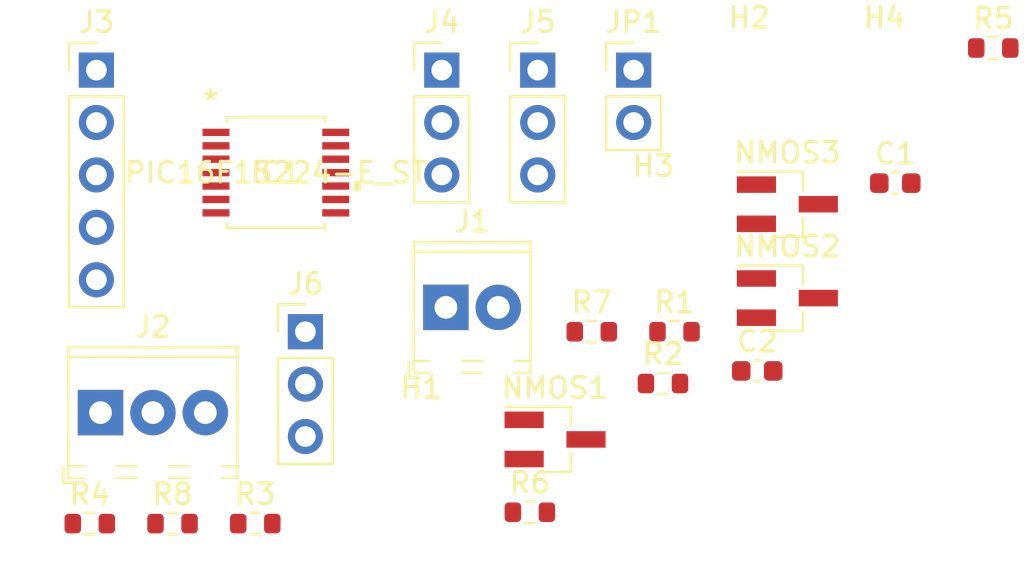
<source format=kicad_pcb>
(kicad_pcb (version 20211014) (generator pcbnew)
  (layers (0 "F.Cu" signal) (31 "B.Cu" signal) (34 "B.Paste" user) (35 "F.Paste" user) (36 "B.SilkS" user "B.Silkscreen") (37 "F.SilkS" user "F.Silkscreen") (38 "B.Mask" user) (39 "F.Mask" user) (44 "Edge.Cuts" user))
  (net 0 "")
  (net 1 "+3.3V")
  (net 2 "GND")
  (net 3 "Net-(C2-Pad1)")
  (net 4 "RA5")
  (net 5 "RA4")
  (net 6 "MCLR")
  (net 10 "RC2")
  (net 11 "RC1")
  (net 12 "RC0")
  (net 14 "CLK")
  (net 15 "DATA")
  (net 16 "+5V")
  (net 17 "S1")
  (net 18 "S2")
  (net 19 "S3")
  (net 20 "Net-(JP1-Pad2)")
  (footprint "footprints:PIC16F15224-Eslash-ST" (layer "F.Cu") (at 136.22795 97.9887)
    (fp_text reference "IC1" (at 0 0) (layer "F.SilkS"))
    (fp_text value "PIC16F15224-E_ST" (at 0 0) (layer "F.SilkS"))
    (fp_text user "*" (at -3.15595 -3.4486) (layer "F.SilkS"))
    (fp_text user "*" (at -3.15595 -3.4486) (layer "F.SilkS"))
    (fp_line (start 2.3749 2.6797) (end 2.3749 2.460541) (layer "F.SilkS") (width 0.12))
    (fp_line (start 2.3749 -2.460539) (end 2.3749 -2.6797) (layer "F.SilkS") (width 0.12))
    (fp_line (start 2.3749 -2.6797) (end -2.3749 -2.6797) (layer "F.SilkS") (width 0.12))
    (fp_line (start -2.3749 2.460539) (end -2.3749 2.6797) (layer "F.SilkS") (width 0.12))
    (fp_line (start -2.3749 2.6797) (end 2.3749 2.6797) (layer "F.SilkS") (width 0.12))
    (fp_line (start -2.3749 -2.6797) (end -2.3749 -2.460541) (layer "F.SilkS") (width 0.12))
    (fp_poly (pts (xy 4.064 0.459499) (xy 4.064 0.840499) (xy 3.81 0.840499) (xy 3.81 0.459499)) (layer "F.SilkS") (width 0.1) (fill solid))
    (pad "1" smd rect locked (at -2.90195 -1.950001) (size 1.3081 0.3556) (layers "F.Cu" "F.Paste" "F.Mask") (net 1 "+3.3V"))
    (pad "2" smd rect locked (at -2.90195 -1.3) (size 1.3081 0.3556) (layers "F.Cu" "F.Paste" "F.Mask") (net 4 "RA5"))
    (pad "3" smd rect locked (at -2.90195 -0.649999) (size 1.3081 0.3556) (layers "F.Cu" "F.Paste" "F.Mask") (net 5 "RA4"))
    (pad "4" smd rect locked (at -2.90195 0) (size 1.3081 0.3556) (layers "F.Cu" "F.Paste" "F.Mask") (net 6 "MCLR"))
    (pad "5" smd rect locked (at -2.90195 0.649999) (size 1.3081 0.3556) (layers "F.Cu" "F.Paste" "F.Mask"))
    (pad "6" smd rect locked (at -2.90195 1.3) (size 1.3081 0.3556) (layers "F.Cu" "F.Paste" "F.Mask"))
    (pad "7" smd rect locked (at -2.90195 1.949999) (size 1.3081 0.3556) (layers "F.Cu" "F.Paste" "F.Mask"))
    (pad "8" smd rect locked (at 2.90195 1.950001) (size 1.3081 0.3556) (layers "F.Cu" "F.Paste" "F.Mask") (net 10 "RC2"))
    (pad "9" smd rect locked (at 2.90195 1.3) (size 1.3081 0.3556) (layers "F.Cu" "F.Paste" "F.Mask") (net 11 "RC1"))
    (pad "10" smd rect locked (at 2.90195 0.650001) (size 1.3081 0.3556) (layers "F.Cu" "F.Paste" "F.Mask") (net 12 "RC0"))
    (pad "11" smd rect locked (at 2.90195 0) (size 1.3081 0.3556) (layers "F.Cu" "F.Paste" "F.Mask"))
    (pad "12" smd rect locked (at 2.90195 -0.649999) (size 1.3081 0.3556) (layers "F.Cu" "F.Paste" "F.Mask") (net 14 "CLK"))
    (pad "13" smd rect locked (at 2.90195 -1.3) (size 1.3081 0.3556) (layers "F.Cu" "F.Paste" "F.Mask") (net 15 "DATA"))
    (pad "14" smd rect locked (at 2.90195 -1.949999) (size 1.3081 0.3556) (layers "F.Cu" "F.Paste" "F.Mask") (net 2 "GND"))
  )
  (footprint "Resistor_SMD:R_0603_1608Metric" (layer "F.Cu") (at 135.23 115)
    (fp_text reference "R3" (at 0 -1.43) (layer "F.SilkS"))
    (fp_text value "10k")
    (fp_line (start -0.237258 -0.5225) (end 0.237258 -0.5225) (layer "F.SilkS") (width 0.12))
    (fp_line (start -0.237258 0.5225) (end 0.237258 0.5225) (layer "F.SilkS") (width 0.12))
    (pad "1" smd roundrect (at -0.825 0) (size 0.8 0.95) (layers "F.Cu" "F.Paste" "F.Mask") (net 1 "+3.3V"))
    (pad "2" smd roundrect (at 0.825 0) (size 0.8 0.95) (layers "F.Cu" "F.Paste" "F.Mask") (net 12 "RC0"))
  )
  (footprint "Package_TO_SOT_SMD:SOT-23_Handsoldering" (layer "F.Cu") (at 149.76 110.92)
    (fp_text reference "NMOS1" (at 0 -2.5) (layer "F.SilkS"))
    (fp_text value "BSS138")
    (fp_line (start 0.76 -1.58) (end -2.4 -1.58) (layer "F.SilkS") (width 0.12))
    (fp_line (start 0.76 -1.58) (end 0.76 -0.65) (layer "F.SilkS") (width 0.12))
    (fp_line (start 0.76 1.58) (end 0.76 0.65) (layer "F.SilkS") (width 0.12))
    (fp_line (start 0.76 1.58) (end -0.7 1.58) (layer "F.SilkS") (width 0.12))
    (pad "1" smd rect (at -1.5 -0.95) (size 1.9 0.8) (layers "F.Cu" "F.Paste" "F.Mask") (net 17 "S1"))
    (pad "2" smd rect (at -1.5 0.95) (size 1.9 0.8) (layers "F.Cu" "F.Paste" "F.Mask") (net 1 "+3.3V"))
    (pad "3" smd rect (at 1.5 0) (size 1.9 0.8) (layers "F.Cu" "F.Paste" "F.Mask") (net 12 "RC0"))
  )
  (footprint "MountingHole:MountingHole_2.5mm" (layer "F.Cu") (at 159.17 93.97)
    (fp_text reference "H2" (at 0 -3.5) (layer "F.SilkS"))
    (fp_text value "MountingHole")
    (pad "" np_thru_hole circle (at 0 0) (size 2.5 2.5) (drill 2.5) (layers *.Cu *.Mask))
  )
  (footprint "Connector_PinHeader_2.54mm:PinHeader_1x03_P2.54mm_Vertical" (layer "F.Cu") (at 144.27 93.02)
    (fp_text reference "J4" (at 0 -2.33) (layer "F.SilkS"))
    (fp_text value "Servo1")
    (fp_line (start -1.33 0) (end -1.33 -1.33) (layer "F.SilkS") (width 0.12))
    (fp_line (start -1.33 6.41) (end 1.33 6.41) (layer "F.SilkS") (width 0.12))
    (fp_line (start 1.33 1.27) (end 1.33 6.41) (layer "F.SilkS") (width 0.12))
    (fp_line (start -1.33 -1.33) (end 0 -1.33) (layer "F.SilkS") (width 0.12))
    (fp_line (start -1.33 1.27) (end -1.33 6.41) (layer "F.SilkS") (width 0.12))
    (fp_line (start -1.33 1.27) (end 1.33 1.27) (layer "F.SilkS") (width 0.12))
    (pad "1" thru_hole rect (at 0 0) (size 1.7 1.7) (drill 1) (layers *.Cu *.Mask) (net 17 "S1"))
    (pad "2" thru_hole oval (at 0 2.54) (size 1.7 1.7) (drill 1) (layers *.Cu *.Mask) (net 16 "+5V"))
    (pad "3" thru_hole oval (at 0 5.08) (size 1.7 1.7) (drill 1) (layers *.Cu *.Mask) (net 2 "GND"))
  )
  (footprint "Resistor_SMD:R_0603_1608Metric" (layer "F.Cu") (at 154.99 108.21)
    (fp_text reference "R2" (at 0 -1.43) (layer "F.SilkS"))
    (fp_text value "220")
    (fp_line (start -0.237258 -0.5225) (end 0.237258 -0.5225) (layer "F.SilkS") (width 0.12))
    (fp_line (start -0.237258 0.5225) (end 0.237258 0.5225) (layer "F.SilkS") (width 0.12))
    (pad "1" smd roundrect (at -0.825 0) (size 0.8 0.95) (layers "F.Cu" "F.Paste" "F.Mask") (net 6 "MCLR"))
    (pad "2" smd roundrect (at 0.825 0) (size 0.8 0.95) (layers "F.Cu" "F.Paste" "F.Mask") (net 20 "Net-(JP1-Pad2)"))
  )
  (footprint "TerminalBlock_Phoenix:TerminalBlock_Phoenix_MPT-0,5-3-2.54_1x03_P2.54mm_Horizontal" (layer "F.Cu") (at 127.73 109.62)
    (fp_text reference "J2" (at 2.54 -4.16) (layer "F.SilkS"))
    (fp_text value "Conn_01x03")
    (fp_line (start -1.56 2.6) (end -0.79 2.6) (layer "F.SilkS") (width 0.12))
    (fp_line (start 5.87 2.6) (end 6.64 2.6) (layer "F.SilkS") (width 0.12))
    (fp_line (start -1.56 -3.16) (end 6.64 -3.16) (layer "F.SilkS") (width 0.12))
    (fp_line (start 0.79 2.6) (end 1.75 2.6) (layer "F.SilkS") (width 0.12))
    (fp_line (start 5.87 3.16) (end 6.64 3.16) (layer "F.SilkS") (width 0.12))
    (fp_line (start 3.33 2.6) (end 4.29 2.6) (layer "F.SilkS") (width 0.12))
    (fp_line (start 6.64 -3.16) (end 6.64 3.16) (layer "F.SilkS") (width 0.12))
    (fp_line (start -1.56 -3.16) (end -1.56 3.16) (layer "F.SilkS") (width 0.12))
    (fp_line (start -1.8 3.4) (end -1.3 3.4) (layer "F.SilkS") (width 0.12))
    (fp_line (start 3.33 3.16) (end 4.29 3.16) (layer "F.SilkS") (width 0.12))
    (fp_line (start -1.8 2.66) (end -1.8 3.4) (layer "F.SilkS") (width 0.12))
    (fp_line (start -1.56 3.16) (end -0.79 3.16) (layer "F.SilkS") (width 0.12))
    (fp_line (start -1.56 -2.7) (end 6.64 -2.7) (layer "F.SilkS") (width 0.12))
    (fp_line (start 0.79 3.16) (end 1.75 3.16) (layer "F.SilkS") (width 0.12))
    (pad "" np_thru_hole circle (at 2.54 2.54) (size 1.1 1.1) (drill 1.1) (layers *.Cu *.Mask))
    (pad "" np_thru_hole circle (at 0 2.54) (size 1.1 1.1) (drill 1.1) (layers *.Cu *.Mask))
    (pad "" np_thru_hole circle (at 5.08 2.54) (size 1.1 1.1) (drill 1.1) (layers *.Cu *.Mask))
    (pad "1" thru_hole rect (at 0 0) (size 2.2 2.2) (drill 1.1) (layers *.Cu *.Mask) (net 5 "RA4"))
    (pad "2" thru_hole circle (at 2.54 0) (size 2.2 2.2) (drill 1.1) (layers *.Cu *.Mask) (net 4 "RA5"))
    (pad "3" thru_hole circle (at 5.08 0) (size 2.2 2.2) (drill 1.1) (layers *.Cu *.Mask) (net 1 "+3.3V"))
  )
  (footprint "Resistor_SMD:R_0603_1608Metric" (layer "F.Cu") (at 131.22 115)
    (fp_text reference "R8" (at 0 -1.43) (layer "F.SilkS"))
    (fp_text value "10k")
    (fp_line (start -0.237258 0.5225) (end 0.237258 0.5225) (layer "F.SilkS") (width 0.12))
    (fp_line (start -0.237258 -0.5225) (end 0.237258 -0.5225) (layer "F.SilkS") (width 0.12))
    (pad "1" smd roundrect (at -0.825 0) (size 0.8 0.95) (layers "F.Cu" "F.Paste" "F.Mask") (net 16 "+5V"))
    (pad "2" smd roundrect (at 0.825 0) (size 0.8 0.95) (layers "F.Cu" "F.Paste" "F.Mask") (net 19 "S3"))
  )
  (footprint "Connector_PinHeader_2.54mm:PinHeader_1x03_P2.54mm_Vertical" (layer "F.Cu") (at 137.66 105.7)
    (fp_text reference "J6" (at 0 -2.33) (layer "F.SilkS"))
    (fp_text value "Servo3")
    (fp_line (start -1.33 0) (end -1.33 -1.33) (layer "F.SilkS") (width 0.12))
    (fp_line (start -1.33 1.27) (end -1.33 6.41) (layer "F.SilkS") (width 0.12))
    (fp_line (start 1.33 1.27) (end 1.33 6.41) (layer "F.SilkS") (width 0.12))
    (fp_line (start -1.33 -1.33) (end 0 -1.33) (layer "F.SilkS") (width 0.12))
    (fp_line (start -1.33 6.41) (end 1.33 6.41) (layer "F.SilkS") (width 0.12))
    (fp_line (start -1.33 1.27) (end 1.33 1.27) (layer "F.SilkS") (width 0.12))
    (pad "1" thru_hole rect (at 0 0) (size 1.7 1.7) (drill 1) (layers *.Cu *.Mask) (net 19 "S3"))
    (pad "2" thru_hole oval (at 0 2.54) (size 1.7 1.7) (drill 1) (layers *.Cu *.Mask) (net 16 "+5V"))
    (pad "3" thru_hole oval (at 0 5.08) (size 1.7 1.7) (drill 1) (layers *.Cu *.Mask) (net 2 "GND"))
  )
  (footprint "Package_TO_SOT_SMD:SOT-23_Handsoldering" (layer "F.Cu") (at 161.02 104.07)
    (fp_text reference "NMOS2" (at 0 -2.5) (layer "F.SilkS"))
    (fp_text value "BSS138")
    (fp_line (start 0.76 -1.58) (end 0.76 -0.65) (layer "F.SilkS") (width 0.12))
    (fp_line (start 0.76 -1.58) (end -2.4 -1.58) (layer "F.SilkS") (width 0.12))
    (fp_line (start 0.76 1.58) (end 0.76 0.65) (layer "F.SilkS") (width 0.12))
    (fp_line (start 0.76 1.58) (end -0.7 1.58) (layer "F.SilkS") (width 0.12))
    (pad "1" smd rect (at -1.5 -0.95) (size 1.9 0.8) (layers "F.Cu" "F.Paste" "F.Mask") (net 18 "S2"))
    (pad "2" smd rect (at -1.5 0.95) (size 1.9 0.8) (layers "F.Cu" "F.Paste" "F.Mask") (net 1 "+3.3V"))
    (pad "3" smd rect (at 1.5 0) (size 1.9 0.8) (layers "F.Cu" "F.Paste" "F.Mask") (net 11 "RC1"))
  )
  (footprint "MountingHole:MountingHole_2.5mm" (layer "F.Cu") (at 165.72 93.97)
    (fp_text reference "H4" (at 0 -3.5) (layer "F.SilkS"))
    (fp_text value "MountingHole")
    (pad "" np_thru_hole circle (at 0 0) (size 2.5 2.5) (drill 2.5) (layers *.Cu *.Mask))
  )
  (footprint "Package_TO_SOT_SMD:SOT-23_Handsoldering" (layer "F.Cu") (at 161.02 99.52)
    (fp_text reference "NMOS3" (at 0 -2.5) (layer "F.SilkS"))
    (fp_text value "BSS138")
    (fp_line (start 0.76 -1.58) (end -2.4 -1.58) (layer "F.SilkS") (width 0.12))
    (fp_line (start 0.76 -1.58) (end 0.76 -0.65) (layer "F.SilkS") (width 0.12))
    (fp_line (start 0.76 1.58) (end 0.76 0.65) (layer "F.SilkS") (width 0.12))
    (fp_line (start 0.76 1.58) (end -0.7 1.58) (layer "F.SilkS") (width 0.12))
    (pad "1" smd rect (at -1.5 -0.95) (size 1.9 0.8) (layers "F.Cu" "F.Paste" "F.Mask") (net 19 "S3"))
    (pad "2" smd rect (at -1.5 0.95) (size 1.9 0.8) (layers "F.Cu" "F.Paste" "F.Mask") (net 1 "+3.3V"))
    (pad "3" smd rect (at 1.5 0) (size 1.9 0.8) (layers "F.Cu" "F.Paste" "F.Mask") (net 10 "RC2"))
  )
  (footprint "TerminalBlock_Phoenix:TerminalBlock_Phoenix_MPT-0,5-2-2.54_1x02_P2.54mm_Horizontal" (layer "F.Cu") (at 144.47 104.52)
    (fp_text reference "J1" (at 1.27 -4.16) (layer "F.SilkS"))
    (fp_text value "Conn_01x02")
    (fp_line (start 0.79 3.16) (end 1.75 3.16) (layer "F.SilkS") (width 0.12))
    (fp_line (start -1.56 -3.16) (end -1.56 3.16) (layer "F.SilkS") (width 0.12))
    (fp_line (start -1.56 -3.16) (end 4.1 -3.16) (layer "F.SilkS") (width 0.12))
    (fp_line (start 0.79 2.6) (end 1.75 2.6) (layer "F.SilkS") (width 0.12))
    (fp_line (start 4.1 -3.16) (end 4.1 3.16) (layer "F.SilkS") (width 0.12))
    (fp_line (start -1.8 2.66) (end -1.8 3.4) (layer "F.SilkS") (width 0.12))
    (fp_line (start -1.8 3.4) (end -1.3 3.4) (layer "F.SilkS") (width 0.12))
    (fp_line (start -1.56 2.6) (end -0.79 2.6) (layer "F.SilkS") (width 0.12))
    (fp_line (start -1.56 -2.7) (end 4.1 -2.7) (layer "F.SilkS") (width 0.12))
    (fp_line (start 3.33 2.6) (end 4.1 2.6) (layer "F.SilkS") (width 0.12))
    (fp_line (start 3.33 3.16) (end 4.1 3.16) (layer "F.SilkS") (width 0.12))
    (fp_line (start -1.56 3.16) (end -0.79 3.16) (layer "F.SilkS") (width 0.12))
    (pad "" np_thru_hole circle (at 0 2.54) (size 1.1 1.1) (drill 1.1) (layers *.Cu *.Mask))
    (pad "" np_thru_hole circle (at 2.54 2.54) (size 1.1 1.1) (drill 1.1) (layers *.Cu *.Mask))
    (pad "1" thru_hole rect (at 0 0) (size 2.2 2.2) (drill 1.1) (layers *.Cu *.Mask) (net 2 "GND"))
    (pad "2" thru_hole circle (at 2.54 0) (size 2.2 2.2) (drill 1.1) (layers *.Cu *.Mask) (net 16 "+5V"))
  )
  (footprint "Resistor_SMD:R_0603_1608Metric" (layer "F.Cu") (at 127.21 115)
    (fp_text reference "R4" (at 0 -1.43) (layer "F.SilkS"))
    (fp_text value "10k")
    (fp_line (start -0.237258 -0.5225) (end 0.237258 -0.5225) (layer "F.SilkS") (width 0.12))
    (fp_line (start -0.237258 0.5225) (end 0.237258 0.5225) (layer "F.SilkS") (width 0.12))
    (pad "1" smd roundrect (at -0.825 0) (size 0.8 0.95) (layers "F.Cu" "F.Paste" "F.Mask") (net 16 "+5V"))
    (pad "2" smd roundrect (at 0.825 0) (size 0.8 0.95) (layers "F.Cu" "F.Paste" "F.Mask") (net 17 "S1"))
  )
  (footprint "MountingHole:MountingHole_2.5mm" (layer "F.Cu") (at 143.26 111.92)
    (fp_text reference "H1" (at 0 -3.5) (layer "F.SilkS"))
    (fp_text value "MountingHole")
    (pad "" np_thru_hole circle (at 0 0) (size 2.5 2.5) (drill 2.5) (layers *.Cu *.Mask))
  )
  (footprint "MountingHole:MountingHole_2.5mm" (layer "F.Cu") (at 154.52 101.17)
    (fp_text reference "H3" (at 0 -3.5) (layer "F.SilkS"))
    (fp_text value "MountingHole")
    (pad "" np_thru_hole circle (at 0 0) (size 2.5 2.5) (drill 2.5) (layers *.Cu *.Mask))
  )
  (footprint "Resistor_SMD:R_0603_1608Metric" (layer "F.Cu") (at 155.55 105.7)
    (fp_text reference "R1" (at 0 -1.43) (layer "F.SilkS"))
    (fp_text value "10k")
    (fp_line (start -0.237258 0.5225) (end 0.237258 0.5225) (layer "F.SilkS") (width 0.12))
    (fp_line (start -0.237258 -0.5225) (end 0.237258 -0.5225) (layer "F.SilkS") (width 0.12))
    (pad "1" smd roundrect (at -0.825 0) (size 0.8 0.95) (layers "F.Cu" "F.Paste" "F.Mask") (net 20 "Net-(JP1-Pad2)"))
    (pad "2" smd roundrect (at 0.825 0) (size 0.8 0.95) (layers "F.Cu" "F.Paste" "F.Mask") (net 1 "+3.3V"))
  )
  (footprint "Connector_PinHeader_2.54mm:PinHeader_1x03_P2.54mm_Vertical" (layer "F.Cu") (at 148.92 93.02)
    (fp_text reference "J5" (at 0 -2.33) (layer "F.SilkS"))
    (fp_text value "Servo2")
    (fp_line (start -1.33 1.27) (end -1.33 6.41) (layer "F.SilkS") (width 0.12))
    (fp_line (start -1.33 0) (end -1.33 -1.33) (layer "F.SilkS") (width 0.12))
    (fp_line (start -1.33 6.41) (end 1.33 6.41) (layer "F.SilkS") (width 0.12))
    (fp_line (start 1.33 1.27) (end 1.33 6.41) (layer "F.SilkS") (width 0.12))
    (fp_line (start -1.33 -1.33) (end 0 -1.33) (layer "F.SilkS") (width 0.12))
    (fp_line (start -1.33 1.27) (end 1.33 1.27) (layer "F.SilkS") (width 0.12))
    (pad "1" thru_hole rect (at 0 0) (size 1.7 1.7) (drill 1) (layers *.Cu *.Mask) (net 18 "S2"))
    (pad "2" thru_hole oval (at 0 2.54) (size 1.7 1.7) (drill 1) (layers *.Cu *.Mask) (net 16 "+5V"))
    (pad "3" thru_hole oval (at 0 5.08) (size 1.7 1.7) (drill 1) (layers *.Cu *.Mask) (net 2 "GND"))
  )
  (footprint "Connector_PinHeader_2.54mm:PinHeader_1x02_P2.54mm_Vertical" (layer "F.Cu") (at 153.57 93.02)
    (fp_text reference "JP1" (at 0 -2.33) (layer "F.SilkS"))
    (fp_text value "Jumper_2_Bridged")
    (fp_line (start -1.33 0) (end -1.33 -1.33) (layer "F.SilkS") (width 0.12))
    (fp_line (start -1.33 3.87) (end 1.33 3.87) (layer "F.SilkS") (width 0.12))
    (fp_line (start -1.33 -1.33) (end 0 -1.33) (layer "F.SilkS") (width 0.12))
    (fp_line (start 1.33 1.27) (end 1.33 3.87) (layer "F.SilkS") (width 0.12))
    (fp_line (start -1.33 1.27) (end 1.33 1.27) (layer "F.SilkS") (width 0.12))
    (fp_line (start -1.33 1.27) (end -1.33 3.87) (layer "F.SilkS") (width 0.12))
    (pad "1" thru_hole rect (at 0 0) (size 1.7 1.7) (drill 1) (layers *.Cu *.Mask) (net 3 "Net-(C2-Pad1)"))
    (pad "2" thru_hole oval (at 0 2.54) (size 1.7 1.7) (drill 1) (layers *.Cu *.Mask) (net 20 "Net-(JP1-Pad2)"))
  )
  (footprint "Capacitor_SMD:C_0603_1608Metric" (layer "F.Cu") (at 159.56 107.6)
    (fp_text reference "C2" (at 0 -1.43) (layer "F.SilkS"))
    (fp_text value "10n")
    (fp_line (start -0.14058 0.51) (end 0.14058 0.51) (layer "F.SilkS") (width 0.12))
    (fp_line (start -0.14058 -0.51) (end 0.14058 -0.51) (layer "F.SilkS") (width 0.12))
    (pad "1" smd roundrect (at -0.775 0) (size 0.9 0.95) (layers "F.Cu" "F.Paste" "F.Mask") (net 3 "Net-(C2-Pad1)"))
    (pad "2" smd roundrect (at 0.775 0) (size 0.9 0.95) (layers "F.Cu" "F.Paste" "F.Mask") (net 2 "GND"))
  )
  (footprint "Resistor_SMD:R_0603_1608Metric" (layer "F.Cu") (at 171 91.95)
    (fp_text reference "R5" (at 0 -1.43) (layer "F.SilkS"))
    (fp_text value "10k")
    (fp_line (start -0.237258 -0.5225) (end 0.237258 -0.5225) (layer "F.SilkS") (width 0.12))
    (fp_line (start -0.237258 0.5225) (end 0.237258 0.5225) (layer "F.SilkS") (width 0.12))
    (pad "1" smd roundrect (at -0.825 0) (size 0.8 0.95) (layers "F.Cu" "F.Paste" "F.Mask") (net 1 "+3.3V"))
    (pad "2" smd roundrect (at 0.825 0) (size 0.8 0.95) (layers "F.Cu" "F.Paste" "F.Mask") (net 11 "RC1"))
  )
  (footprint "Connector_PinHeader_2.54mm:PinHeader_1x05_P2.54mm_Vertical" (layer "F.Cu") (at 127.53 93.02)
    (fp_text reference "J3" (at 0 -2.33) (layer "F.SilkS"))
    (fp_text value "Conn_01x05")
    (fp_line (start -1.33 11.49) (end 1.33 11.49) (layer "F.SilkS") (width 0.12))
    (fp_line (start -1.33 0) (end -1.33 -1.33) (layer "F.SilkS") (width 0.12))
    (fp_line (start -1.33 1.27) (end 1.33 1.27) (layer "F.SilkS") (width 0.12))
    (fp_line (start -1.33 1.27) (end -1.33 11.49) (layer "F.SilkS") (width 0.12))
    (fp_line (start 1.33 1.27) (end 1.33 11.49) (layer "F.SilkS") (width 0.12))
    (fp_line (start -1.33 -1.33) (end 0 -1.33) (layer "F.SilkS") (width 0.12))
    (pad "1" thru_hole rect (at 0 0) (size 1.7 1.7) (drill 1) (layers *.Cu *.Mask) (net 6 "MCLR"))
    (pad "2" thru_hole oval (at 0 2.54) (size 1.7 1.7) (drill 1) (layers *.Cu *.Mask) (net 1 "+3.3V"))
    (pad "3" thru_hole oval (at 0 5.08) (size 1.7 1.7) (drill 1) (layers *.Cu *.Mask) (net 2 "GND"))
    (pad "4" thru_hole oval (at 0 7.62) (size 1.7 1.7) (drill 1) (layers *.Cu *.Mask) (net 15 "DATA"))
    (pad "5" thru_hole oval (at 0 10.16) (size 1.7 1.7) (drill 1) (layers *.Cu *.Mask) (net 14 "CLK"))
  )
  (footprint "Capacitor_SMD:C_0603_1608Metric" (layer "F.Cu") (at 166.25 98.5)
    (fp_text reference "C1" (at 0 -1.43) (layer "F.SilkS"))
    (fp_text value "100n")
    (fp_line (start -0.14058 0.51) (end 0.14058 0.51) (layer "F.SilkS") (width 0.12))
    (fp_line (start -0.14058 -0.51) (end 0.14058 -0.51) (layer "F.SilkS") (width 0.12))
    (pad "1" smd roundrect (at -0.775 0) (size 0.9 0.95) (layers "F.Cu" "F.Paste" "F.Mask") (net 1 "+3.3V"))
    (pad "2" smd roundrect (at 0.775 0) (size 0.9 0.95) (layers "F.Cu" "F.Paste" "F.Mask") (net 2 "GND"))
  )
  (footprint "Resistor_SMD:R_0603_1608Metric" (layer "F.Cu") (at 151.54 105.7)
    (fp_text reference "R7" (at 0 -1.43) (layer "F.SilkS"))
    (fp_text value "10k")
    (fp_line (start -0.237258 -0.5225) (end 0.237258 -0.5225) (layer "F.SilkS") (width 0.12))
    (fp_line (start -0.237258 0.5225) (end 0.237258 0.5225) (layer "F.SilkS") (width 0.12))
    (pad "1" smd roundrect (at -0.825 0) (size 0.8 0.95) (layers "F.Cu" "F.Paste" "F.Mask") (net 1 "+3.3V"))
    (pad "2" smd roundrect (at 0.825 0) (size 0.8 0.95) (layers "F.Cu" "F.Paste" "F.Mask") (net 10 "RC2"))
  )
  (footprint "Resistor_SMD:R_0603_1608Metric" (layer "F.Cu") (at 148.54 114.45)
    (fp_text reference "R6" (at 0 -1.43) (layer "F.SilkS"))
    (fp_text value "10k")
    (fp_line (start -0.237258 -0.5225) (end 0.237258 -0.5225) (layer "F.SilkS") (width 0.12))
    (fp_line (start -0.237258 0.5225) (end 0.237258 0.5225) (layer "F.SilkS") (width 0.12))
    (pad "1" smd roundrect (at -0.825 0) (size 0.8 0.95) (layers "F.Cu" "F.Paste" "F.Mask") (net 16 "+5V"))
    (pad "2" smd roundrect (at 0.825 0) (size 0.8 0.95) (layers "F.Cu" "F.Paste" "F.Mask") (net 18 "S2"))
  )
)
</source>
